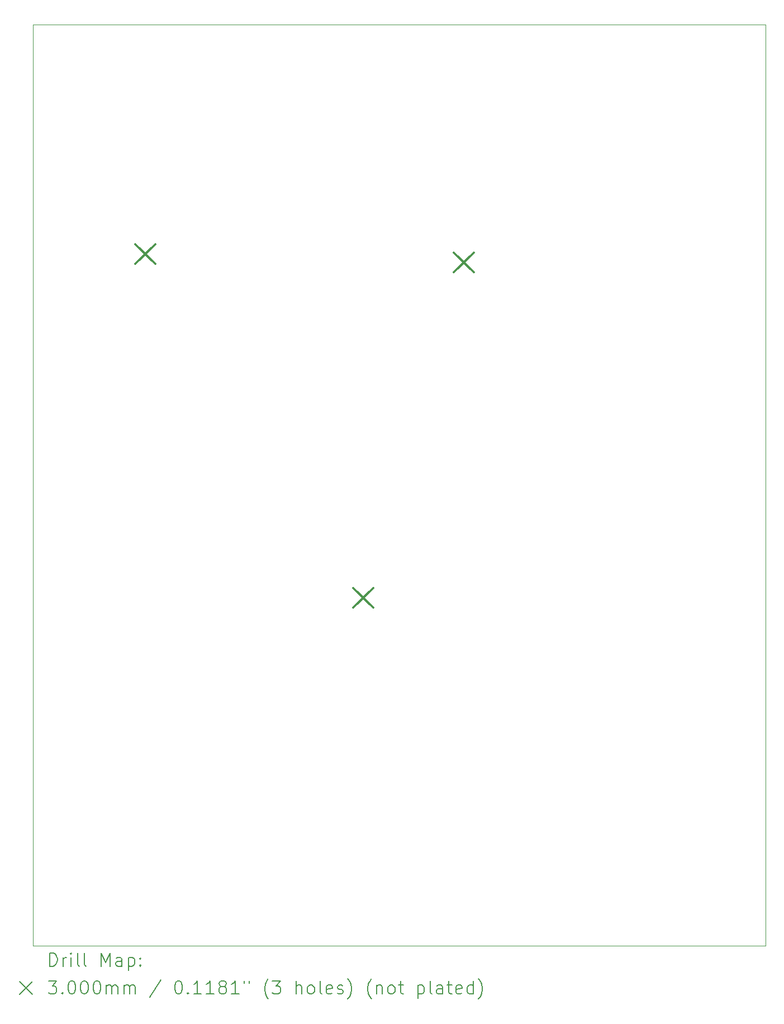
<source format=gbr>
%TF.GenerationSoftware,KiCad,Pcbnew,8.0.8*%
%TF.CreationDate,2025-02-19T12:15:52-05:00*%
%TF.ProjectId,capstone_pcb,63617073-746f-46e6-955f-7063622e6b69,rev?*%
%TF.SameCoordinates,Original*%
%TF.FileFunction,Drillmap*%
%TF.FilePolarity,Positive*%
%FSLAX45Y45*%
G04 Gerber Fmt 4.5, Leading zero omitted, Abs format (unit mm)*
G04 Created by KiCad (PCBNEW 8.0.8) date 2025-02-19 12:15:52*
%MOMM*%
%LPD*%
G01*
G04 APERTURE LIST*
%ADD10C,0.050000*%
%ADD11C,0.200000*%
%ADD12C,0.300000*%
G04 APERTURE END LIST*
D10*
X9850000Y-3400000D02*
X20950000Y-3400000D01*
X20950000Y-17350000D01*
X9850000Y-17350000D01*
X9850000Y-3400000D01*
D11*
D12*
X11407000Y-6728000D02*
X11707000Y-7028000D01*
X11707000Y-6728000D02*
X11407000Y-7028000D01*
X14709000Y-11935000D02*
X15009000Y-12235000D01*
X15009000Y-11935000D02*
X14709000Y-12235000D01*
X16233000Y-6855000D02*
X16533000Y-7155000D01*
X16533000Y-6855000D02*
X16233000Y-7155000D01*
D11*
X10108277Y-17663984D02*
X10108277Y-17463984D01*
X10108277Y-17463984D02*
X10155896Y-17463984D01*
X10155896Y-17463984D02*
X10184467Y-17473508D01*
X10184467Y-17473508D02*
X10203515Y-17492555D01*
X10203515Y-17492555D02*
X10213039Y-17511603D01*
X10213039Y-17511603D02*
X10222563Y-17549698D01*
X10222563Y-17549698D02*
X10222563Y-17578270D01*
X10222563Y-17578270D02*
X10213039Y-17616365D01*
X10213039Y-17616365D02*
X10203515Y-17635412D01*
X10203515Y-17635412D02*
X10184467Y-17654460D01*
X10184467Y-17654460D02*
X10155896Y-17663984D01*
X10155896Y-17663984D02*
X10108277Y-17663984D01*
X10308277Y-17663984D02*
X10308277Y-17530650D01*
X10308277Y-17568746D02*
X10317801Y-17549698D01*
X10317801Y-17549698D02*
X10327324Y-17540174D01*
X10327324Y-17540174D02*
X10346372Y-17530650D01*
X10346372Y-17530650D02*
X10365420Y-17530650D01*
X10432086Y-17663984D02*
X10432086Y-17530650D01*
X10432086Y-17463984D02*
X10422563Y-17473508D01*
X10422563Y-17473508D02*
X10432086Y-17483031D01*
X10432086Y-17483031D02*
X10441610Y-17473508D01*
X10441610Y-17473508D02*
X10432086Y-17463984D01*
X10432086Y-17463984D02*
X10432086Y-17483031D01*
X10555896Y-17663984D02*
X10536848Y-17654460D01*
X10536848Y-17654460D02*
X10527324Y-17635412D01*
X10527324Y-17635412D02*
X10527324Y-17463984D01*
X10660658Y-17663984D02*
X10641610Y-17654460D01*
X10641610Y-17654460D02*
X10632086Y-17635412D01*
X10632086Y-17635412D02*
X10632086Y-17463984D01*
X10889229Y-17663984D02*
X10889229Y-17463984D01*
X10889229Y-17463984D02*
X10955896Y-17606841D01*
X10955896Y-17606841D02*
X11022563Y-17463984D01*
X11022563Y-17463984D02*
X11022563Y-17663984D01*
X11203515Y-17663984D02*
X11203515Y-17559222D01*
X11203515Y-17559222D02*
X11193991Y-17540174D01*
X11193991Y-17540174D02*
X11174944Y-17530650D01*
X11174944Y-17530650D02*
X11136848Y-17530650D01*
X11136848Y-17530650D02*
X11117801Y-17540174D01*
X11203515Y-17654460D02*
X11184467Y-17663984D01*
X11184467Y-17663984D02*
X11136848Y-17663984D01*
X11136848Y-17663984D02*
X11117801Y-17654460D01*
X11117801Y-17654460D02*
X11108277Y-17635412D01*
X11108277Y-17635412D02*
X11108277Y-17616365D01*
X11108277Y-17616365D02*
X11117801Y-17597317D01*
X11117801Y-17597317D02*
X11136848Y-17587793D01*
X11136848Y-17587793D02*
X11184467Y-17587793D01*
X11184467Y-17587793D02*
X11203515Y-17578270D01*
X11298753Y-17530650D02*
X11298753Y-17730650D01*
X11298753Y-17540174D02*
X11317801Y-17530650D01*
X11317801Y-17530650D02*
X11355896Y-17530650D01*
X11355896Y-17530650D02*
X11374943Y-17540174D01*
X11374943Y-17540174D02*
X11384467Y-17549698D01*
X11384467Y-17549698D02*
X11393991Y-17568746D01*
X11393991Y-17568746D02*
X11393991Y-17625889D01*
X11393991Y-17625889D02*
X11384467Y-17644936D01*
X11384467Y-17644936D02*
X11374943Y-17654460D01*
X11374943Y-17654460D02*
X11355896Y-17663984D01*
X11355896Y-17663984D02*
X11317801Y-17663984D01*
X11317801Y-17663984D02*
X11298753Y-17654460D01*
X11479705Y-17644936D02*
X11489229Y-17654460D01*
X11489229Y-17654460D02*
X11479705Y-17663984D01*
X11479705Y-17663984D02*
X11470182Y-17654460D01*
X11470182Y-17654460D02*
X11479705Y-17644936D01*
X11479705Y-17644936D02*
X11479705Y-17663984D01*
X11479705Y-17540174D02*
X11489229Y-17549698D01*
X11489229Y-17549698D02*
X11479705Y-17559222D01*
X11479705Y-17559222D02*
X11470182Y-17549698D01*
X11470182Y-17549698D02*
X11479705Y-17540174D01*
X11479705Y-17540174D02*
X11479705Y-17559222D01*
X9647500Y-17892500D02*
X9847500Y-18092500D01*
X9847500Y-17892500D02*
X9647500Y-18092500D01*
X10089229Y-17883984D02*
X10213039Y-17883984D01*
X10213039Y-17883984D02*
X10146372Y-17960174D01*
X10146372Y-17960174D02*
X10174944Y-17960174D01*
X10174944Y-17960174D02*
X10193991Y-17969698D01*
X10193991Y-17969698D02*
X10203515Y-17979222D01*
X10203515Y-17979222D02*
X10213039Y-17998270D01*
X10213039Y-17998270D02*
X10213039Y-18045889D01*
X10213039Y-18045889D02*
X10203515Y-18064936D01*
X10203515Y-18064936D02*
X10193991Y-18074460D01*
X10193991Y-18074460D02*
X10174944Y-18083984D01*
X10174944Y-18083984D02*
X10117801Y-18083984D01*
X10117801Y-18083984D02*
X10098753Y-18074460D01*
X10098753Y-18074460D02*
X10089229Y-18064936D01*
X10298753Y-18064936D02*
X10308277Y-18074460D01*
X10308277Y-18074460D02*
X10298753Y-18083984D01*
X10298753Y-18083984D02*
X10289229Y-18074460D01*
X10289229Y-18074460D02*
X10298753Y-18064936D01*
X10298753Y-18064936D02*
X10298753Y-18083984D01*
X10432086Y-17883984D02*
X10451134Y-17883984D01*
X10451134Y-17883984D02*
X10470182Y-17893508D01*
X10470182Y-17893508D02*
X10479705Y-17903031D01*
X10479705Y-17903031D02*
X10489229Y-17922079D01*
X10489229Y-17922079D02*
X10498753Y-17960174D01*
X10498753Y-17960174D02*
X10498753Y-18007793D01*
X10498753Y-18007793D02*
X10489229Y-18045889D01*
X10489229Y-18045889D02*
X10479705Y-18064936D01*
X10479705Y-18064936D02*
X10470182Y-18074460D01*
X10470182Y-18074460D02*
X10451134Y-18083984D01*
X10451134Y-18083984D02*
X10432086Y-18083984D01*
X10432086Y-18083984D02*
X10413039Y-18074460D01*
X10413039Y-18074460D02*
X10403515Y-18064936D01*
X10403515Y-18064936D02*
X10393991Y-18045889D01*
X10393991Y-18045889D02*
X10384467Y-18007793D01*
X10384467Y-18007793D02*
X10384467Y-17960174D01*
X10384467Y-17960174D02*
X10393991Y-17922079D01*
X10393991Y-17922079D02*
X10403515Y-17903031D01*
X10403515Y-17903031D02*
X10413039Y-17893508D01*
X10413039Y-17893508D02*
X10432086Y-17883984D01*
X10622563Y-17883984D02*
X10641610Y-17883984D01*
X10641610Y-17883984D02*
X10660658Y-17893508D01*
X10660658Y-17893508D02*
X10670182Y-17903031D01*
X10670182Y-17903031D02*
X10679705Y-17922079D01*
X10679705Y-17922079D02*
X10689229Y-17960174D01*
X10689229Y-17960174D02*
X10689229Y-18007793D01*
X10689229Y-18007793D02*
X10679705Y-18045889D01*
X10679705Y-18045889D02*
X10670182Y-18064936D01*
X10670182Y-18064936D02*
X10660658Y-18074460D01*
X10660658Y-18074460D02*
X10641610Y-18083984D01*
X10641610Y-18083984D02*
X10622563Y-18083984D01*
X10622563Y-18083984D02*
X10603515Y-18074460D01*
X10603515Y-18074460D02*
X10593991Y-18064936D01*
X10593991Y-18064936D02*
X10584467Y-18045889D01*
X10584467Y-18045889D02*
X10574944Y-18007793D01*
X10574944Y-18007793D02*
X10574944Y-17960174D01*
X10574944Y-17960174D02*
X10584467Y-17922079D01*
X10584467Y-17922079D02*
X10593991Y-17903031D01*
X10593991Y-17903031D02*
X10603515Y-17893508D01*
X10603515Y-17893508D02*
X10622563Y-17883984D01*
X10813039Y-17883984D02*
X10832086Y-17883984D01*
X10832086Y-17883984D02*
X10851134Y-17893508D01*
X10851134Y-17893508D02*
X10860658Y-17903031D01*
X10860658Y-17903031D02*
X10870182Y-17922079D01*
X10870182Y-17922079D02*
X10879705Y-17960174D01*
X10879705Y-17960174D02*
X10879705Y-18007793D01*
X10879705Y-18007793D02*
X10870182Y-18045889D01*
X10870182Y-18045889D02*
X10860658Y-18064936D01*
X10860658Y-18064936D02*
X10851134Y-18074460D01*
X10851134Y-18074460D02*
X10832086Y-18083984D01*
X10832086Y-18083984D02*
X10813039Y-18083984D01*
X10813039Y-18083984D02*
X10793991Y-18074460D01*
X10793991Y-18074460D02*
X10784467Y-18064936D01*
X10784467Y-18064936D02*
X10774944Y-18045889D01*
X10774944Y-18045889D02*
X10765420Y-18007793D01*
X10765420Y-18007793D02*
X10765420Y-17960174D01*
X10765420Y-17960174D02*
X10774944Y-17922079D01*
X10774944Y-17922079D02*
X10784467Y-17903031D01*
X10784467Y-17903031D02*
X10793991Y-17893508D01*
X10793991Y-17893508D02*
X10813039Y-17883984D01*
X10965420Y-18083984D02*
X10965420Y-17950650D01*
X10965420Y-17969698D02*
X10974944Y-17960174D01*
X10974944Y-17960174D02*
X10993991Y-17950650D01*
X10993991Y-17950650D02*
X11022563Y-17950650D01*
X11022563Y-17950650D02*
X11041610Y-17960174D01*
X11041610Y-17960174D02*
X11051134Y-17979222D01*
X11051134Y-17979222D02*
X11051134Y-18083984D01*
X11051134Y-17979222D02*
X11060658Y-17960174D01*
X11060658Y-17960174D02*
X11079705Y-17950650D01*
X11079705Y-17950650D02*
X11108277Y-17950650D01*
X11108277Y-17950650D02*
X11127325Y-17960174D01*
X11127325Y-17960174D02*
X11136848Y-17979222D01*
X11136848Y-17979222D02*
X11136848Y-18083984D01*
X11232086Y-18083984D02*
X11232086Y-17950650D01*
X11232086Y-17969698D02*
X11241610Y-17960174D01*
X11241610Y-17960174D02*
X11260658Y-17950650D01*
X11260658Y-17950650D02*
X11289229Y-17950650D01*
X11289229Y-17950650D02*
X11308277Y-17960174D01*
X11308277Y-17960174D02*
X11317801Y-17979222D01*
X11317801Y-17979222D02*
X11317801Y-18083984D01*
X11317801Y-17979222D02*
X11327324Y-17960174D01*
X11327324Y-17960174D02*
X11346372Y-17950650D01*
X11346372Y-17950650D02*
X11374943Y-17950650D01*
X11374943Y-17950650D02*
X11393991Y-17960174D01*
X11393991Y-17960174D02*
X11403515Y-17979222D01*
X11403515Y-17979222D02*
X11403515Y-18083984D01*
X11793991Y-17874460D02*
X11622563Y-18131603D01*
X12051134Y-17883984D02*
X12070182Y-17883984D01*
X12070182Y-17883984D02*
X12089229Y-17893508D01*
X12089229Y-17893508D02*
X12098753Y-17903031D01*
X12098753Y-17903031D02*
X12108277Y-17922079D01*
X12108277Y-17922079D02*
X12117801Y-17960174D01*
X12117801Y-17960174D02*
X12117801Y-18007793D01*
X12117801Y-18007793D02*
X12108277Y-18045889D01*
X12108277Y-18045889D02*
X12098753Y-18064936D01*
X12098753Y-18064936D02*
X12089229Y-18074460D01*
X12089229Y-18074460D02*
X12070182Y-18083984D01*
X12070182Y-18083984D02*
X12051134Y-18083984D01*
X12051134Y-18083984D02*
X12032086Y-18074460D01*
X12032086Y-18074460D02*
X12022563Y-18064936D01*
X12022563Y-18064936D02*
X12013039Y-18045889D01*
X12013039Y-18045889D02*
X12003515Y-18007793D01*
X12003515Y-18007793D02*
X12003515Y-17960174D01*
X12003515Y-17960174D02*
X12013039Y-17922079D01*
X12013039Y-17922079D02*
X12022563Y-17903031D01*
X12022563Y-17903031D02*
X12032086Y-17893508D01*
X12032086Y-17893508D02*
X12051134Y-17883984D01*
X12203515Y-18064936D02*
X12213039Y-18074460D01*
X12213039Y-18074460D02*
X12203515Y-18083984D01*
X12203515Y-18083984D02*
X12193991Y-18074460D01*
X12193991Y-18074460D02*
X12203515Y-18064936D01*
X12203515Y-18064936D02*
X12203515Y-18083984D01*
X12403515Y-18083984D02*
X12289229Y-18083984D01*
X12346372Y-18083984D02*
X12346372Y-17883984D01*
X12346372Y-17883984D02*
X12327325Y-17912555D01*
X12327325Y-17912555D02*
X12308277Y-17931603D01*
X12308277Y-17931603D02*
X12289229Y-17941127D01*
X12593991Y-18083984D02*
X12479706Y-18083984D01*
X12536848Y-18083984D02*
X12536848Y-17883984D01*
X12536848Y-17883984D02*
X12517801Y-17912555D01*
X12517801Y-17912555D02*
X12498753Y-17931603D01*
X12498753Y-17931603D02*
X12479706Y-17941127D01*
X12708277Y-17969698D02*
X12689229Y-17960174D01*
X12689229Y-17960174D02*
X12679706Y-17950650D01*
X12679706Y-17950650D02*
X12670182Y-17931603D01*
X12670182Y-17931603D02*
X12670182Y-17922079D01*
X12670182Y-17922079D02*
X12679706Y-17903031D01*
X12679706Y-17903031D02*
X12689229Y-17893508D01*
X12689229Y-17893508D02*
X12708277Y-17883984D01*
X12708277Y-17883984D02*
X12746372Y-17883984D01*
X12746372Y-17883984D02*
X12765420Y-17893508D01*
X12765420Y-17893508D02*
X12774944Y-17903031D01*
X12774944Y-17903031D02*
X12784467Y-17922079D01*
X12784467Y-17922079D02*
X12784467Y-17931603D01*
X12784467Y-17931603D02*
X12774944Y-17950650D01*
X12774944Y-17950650D02*
X12765420Y-17960174D01*
X12765420Y-17960174D02*
X12746372Y-17969698D01*
X12746372Y-17969698D02*
X12708277Y-17969698D01*
X12708277Y-17969698D02*
X12689229Y-17979222D01*
X12689229Y-17979222D02*
X12679706Y-17988746D01*
X12679706Y-17988746D02*
X12670182Y-18007793D01*
X12670182Y-18007793D02*
X12670182Y-18045889D01*
X12670182Y-18045889D02*
X12679706Y-18064936D01*
X12679706Y-18064936D02*
X12689229Y-18074460D01*
X12689229Y-18074460D02*
X12708277Y-18083984D01*
X12708277Y-18083984D02*
X12746372Y-18083984D01*
X12746372Y-18083984D02*
X12765420Y-18074460D01*
X12765420Y-18074460D02*
X12774944Y-18064936D01*
X12774944Y-18064936D02*
X12784467Y-18045889D01*
X12784467Y-18045889D02*
X12784467Y-18007793D01*
X12784467Y-18007793D02*
X12774944Y-17988746D01*
X12774944Y-17988746D02*
X12765420Y-17979222D01*
X12765420Y-17979222D02*
X12746372Y-17969698D01*
X12974944Y-18083984D02*
X12860658Y-18083984D01*
X12917801Y-18083984D02*
X12917801Y-17883984D01*
X12917801Y-17883984D02*
X12898753Y-17912555D01*
X12898753Y-17912555D02*
X12879706Y-17931603D01*
X12879706Y-17931603D02*
X12860658Y-17941127D01*
X13051134Y-17883984D02*
X13051134Y-17922079D01*
X13127325Y-17883984D02*
X13127325Y-17922079D01*
X13422563Y-18160174D02*
X13413039Y-18150650D01*
X13413039Y-18150650D02*
X13393991Y-18122079D01*
X13393991Y-18122079D02*
X13384468Y-18103031D01*
X13384468Y-18103031D02*
X13374944Y-18074460D01*
X13374944Y-18074460D02*
X13365420Y-18026841D01*
X13365420Y-18026841D02*
X13365420Y-17988746D01*
X13365420Y-17988746D02*
X13374944Y-17941127D01*
X13374944Y-17941127D02*
X13384468Y-17912555D01*
X13384468Y-17912555D02*
X13393991Y-17893508D01*
X13393991Y-17893508D02*
X13413039Y-17864936D01*
X13413039Y-17864936D02*
X13422563Y-17855412D01*
X13479706Y-17883984D02*
X13603515Y-17883984D01*
X13603515Y-17883984D02*
X13536848Y-17960174D01*
X13536848Y-17960174D02*
X13565420Y-17960174D01*
X13565420Y-17960174D02*
X13584468Y-17969698D01*
X13584468Y-17969698D02*
X13593991Y-17979222D01*
X13593991Y-17979222D02*
X13603515Y-17998270D01*
X13603515Y-17998270D02*
X13603515Y-18045889D01*
X13603515Y-18045889D02*
X13593991Y-18064936D01*
X13593991Y-18064936D02*
X13584468Y-18074460D01*
X13584468Y-18074460D02*
X13565420Y-18083984D01*
X13565420Y-18083984D02*
X13508277Y-18083984D01*
X13508277Y-18083984D02*
X13489229Y-18074460D01*
X13489229Y-18074460D02*
X13479706Y-18064936D01*
X13841610Y-18083984D02*
X13841610Y-17883984D01*
X13927325Y-18083984D02*
X13927325Y-17979222D01*
X13927325Y-17979222D02*
X13917801Y-17960174D01*
X13917801Y-17960174D02*
X13898753Y-17950650D01*
X13898753Y-17950650D02*
X13870182Y-17950650D01*
X13870182Y-17950650D02*
X13851134Y-17960174D01*
X13851134Y-17960174D02*
X13841610Y-17969698D01*
X14051134Y-18083984D02*
X14032087Y-18074460D01*
X14032087Y-18074460D02*
X14022563Y-18064936D01*
X14022563Y-18064936D02*
X14013039Y-18045889D01*
X14013039Y-18045889D02*
X14013039Y-17988746D01*
X14013039Y-17988746D02*
X14022563Y-17969698D01*
X14022563Y-17969698D02*
X14032087Y-17960174D01*
X14032087Y-17960174D02*
X14051134Y-17950650D01*
X14051134Y-17950650D02*
X14079706Y-17950650D01*
X14079706Y-17950650D02*
X14098753Y-17960174D01*
X14098753Y-17960174D02*
X14108277Y-17969698D01*
X14108277Y-17969698D02*
X14117801Y-17988746D01*
X14117801Y-17988746D02*
X14117801Y-18045889D01*
X14117801Y-18045889D02*
X14108277Y-18064936D01*
X14108277Y-18064936D02*
X14098753Y-18074460D01*
X14098753Y-18074460D02*
X14079706Y-18083984D01*
X14079706Y-18083984D02*
X14051134Y-18083984D01*
X14232087Y-18083984D02*
X14213039Y-18074460D01*
X14213039Y-18074460D02*
X14203515Y-18055412D01*
X14203515Y-18055412D02*
X14203515Y-17883984D01*
X14384468Y-18074460D02*
X14365420Y-18083984D01*
X14365420Y-18083984D02*
X14327325Y-18083984D01*
X14327325Y-18083984D02*
X14308277Y-18074460D01*
X14308277Y-18074460D02*
X14298753Y-18055412D01*
X14298753Y-18055412D02*
X14298753Y-17979222D01*
X14298753Y-17979222D02*
X14308277Y-17960174D01*
X14308277Y-17960174D02*
X14327325Y-17950650D01*
X14327325Y-17950650D02*
X14365420Y-17950650D01*
X14365420Y-17950650D02*
X14384468Y-17960174D01*
X14384468Y-17960174D02*
X14393991Y-17979222D01*
X14393991Y-17979222D02*
X14393991Y-17998270D01*
X14393991Y-17998270D02*
X14298753Y-18017317D01*
X14470182Y-18074460D02*
X14489230Y-18083984D01*
X14489230Y-18083984D02*
X14527325Y-18083984D01*
X14527325Y-18083984D02*
X14546372Y-18074460D01*
X14546372Y-18074460D02*
X14555896Y-18055412D01*
X14555896Y-18055412D02*
X14555896Y-18045889D01*
X14555896Y-18045889D02*
X14546372Y-18026841D01*
X14546372Y-18026841D02*
X14527325Y-18017317D01*
X14527325Y-18017317D02*
X14498753Y-18017317D01*
X14498753Y-18017317D02*
X14479706Y-18007793D01*
X14479706Y-18007793D02*
X14470182Y-17988746D01*
X14470182Y-17988746D02*
X14470182Y-17979222D01*
X14470182Y-17979222D02*
X14479706Y-17960174D01*
X14479706Y-17960174D02*
X14498753Y-17950650D01*
X14498753Y-17950650D02*
X14527325Y-17950650D01*
X14527325Y-17950650D02*
X14546372Y-17960174D01*
X14622563Y-18160174D02*
X14632087Y-18150650D01*
X14632087Y-18150650D02*
X14651134Y-18122079D01*
X14651134Y-18122079D02*
X14660658Y-18103031D01*
X14660658Y-18103031D02*
X14670182Y-18074460D01*
X14670182Y-18074460D02*
X14679706Y-18026841D01*
X14679706Y-18026841D02*
X14679706Y-17988746D01*
X14679706Y-17988746D02*
X14670182Y-17941127D01*
X14670182Y-17941127D02*
X14660658Y-17912555D01*
X14660658Y-17912555D02*
X14651134Y-17893508D01*
X14651134Y-17893508D02*
X14632087Y-17864936D01*
X14632087Y-17864936D02*
X14622563Y-17855412D01*
X14984468Y-18160174D02*
X14974944Y-18150650D01*
X14974944Y-18150650D02*
X14955896Y-18122079D01*
X14955896Y-18122079D02*
X14946372Y-18103031D01*
X14946372Y-18103031D02*
X14936849Y-18074460D01*
X14936849Y-18074460D02*
X14927325Y-18026841D01*
X14927325Y-18026841D02*
X14927325Y-17988746D01*
X14927325Y-17988746D02*
X14936849Y-17941127D01*
X14936849Y-17941127D02*
X14946372Y-17912555D01*
X14946372Y-17912555D02*
X14955896Y-17893508D01*
X14955896Y-17893508D02*
X14974944Y-17864936D01*
X14974944Y-17864936D02*
X14984468Y-17855412D01*
X15060658Y-17950650D02*
X15060658Y-18083984D01*
X15060658Y-17969698D02*
X15070182Y-17960174D01*
X15070182Y-17960174D02*
X15089230Y-17950650D01*
X15089230Y-17950650D02*
X15117801Y-17950650D01*
X15117801Y-17950650D02*
X15136849Y-17960174D01*
X15136849Y-17960174D02*
X15146372Y-17979222D01*
X15146372Y-17979222D02*
X15146372Y-18083984D01*
X15270182Y-18083984D02*
X15251134Y-18074460D01*
X15251134Y-18074460D02*
X15241611Y-18064936D01*
X15241611Y-18064936D02*
X15232087Y-18045889D01*
X15232087Y-18045889D02*
X15232087Y-17988746D01*
X15232087Y-17988746D02*
X15241611Y-17969698D01*
X15241611Y-17969698D02*
X15251134Y-17960174D01*
X15251134Y-17960174D02*
X15270182Y-17950650D01*
X15270182Y-17950650D02*
X15298753Y-17950650D01*
X15298753Y-17950650D02*
X15317801Y-17960174D01*
X15317801Y-17960174D02*
X15327325Y-17969698D01*
X15327325Y-17969698D02*
X15336849Y-17988746D01*
X15336849Y-17988746D02*
X15336849Y-18045889D01*
X15336849Y-18045889D02*
X15327325Y-18064936D01*
X15327325Y-18064936D02*
X15317801Y-18074460D01*
X15317801Y-18074460D02*
X15298753Y-18083984D01*
X15298753Y-18083984D02*
X15270182Y-18083984D01*
X15393992Y-17950650D02*
X15470182Y-17950650D01*
X15422563Y-17883984D02*
X15422563Y-18055412D01*
X15422563Y-18055412D02*
X15432087Y-18074460D01*
X15432087Y-18074460D02*
X15451134Y-18083984D01*
X15451134Y-18083984D02*
X15470182Y-18083984D01*
X15689230Y-17950650D02*
X15689230Y-18150650D01*
X15689230Y-17960174D02*
X15708277Y-17950650D01*
X15708277Y-17950650D02*
X15746373Y-17950650D01*
X15746373Y-17950650D02*
X15765420Y-17960174D01*
X15765420Y-17960174D02*
X15774944Y-17969698D01*
X15774944Y-17969698D02*
X15784468Y-17988746D01*
X15784468Y-17988746D02*
X15784468Y-18045889D01*
X15784468Y-18045889D02*
X15774944Y-18064936D01*
X15774944Y-18064936D02*
X15765420Y-18074460D01*
X15765420Y-18074460D02*
X15746373Y-18083984D01*
X15746373Y-18083984D02*
X15708277Y-18083984D01*
X15708277Y-18083984D02*
X15689230Y-18074460D01*
X15898753Y-18083984D02*
X15879706Y-18074460D01*
X15879706Y-18074460D02*
X15870182Y-18055412D01*
X15870182Y-18055412D02*
X15870182Y-17883984D01*
X16060658Y-18083984D02*
X16060658Y-17979222D01*
X16060658Y-17979222D02*
X16051134Y-17960174D01*
X16051134Y-17960174D02*
X16032087Y-17950650D01*
X16032087Y-17950650D02*
X15993992Y-17950650D01*
X15993992Y-17950650D02*
X15974944Y-17960174D01*
X16060658Y-18074460D02*
X16041611Y-18083984D01*
X16041611Y-18083984D02*
X15993992Y-18083984D01*
X15993992Y-18083984D02*
X15974944Y-18074460D01*
X15974944Y-18074460D02*
X15965420Y-18055412D01*
X15965420Y-18055412D02*
X15965420Y-18036365D01*
X15965420Y-18036365D02*
X15974944Y-18017317D01*
X15974944Y-18017317D02*
X15993992Y-18007793D01*
X15993992Y-18007793D02*
X16041611Y-18007793D01*
X16041611Y-18007793D02*
X16060658Y-17998270D01*
X16127325Y-17950650D02*
X16203515Y-17950650D01*
X16155896Y-17883984D02*
X16155896Y-18055412D01*
X16155896Y-18055412D02*
X16165420Y-18074460D01*
X16165420Y-18074460D02*
X16184468Y-18083984D01*
X16184468Y-18083984D02*
X16203515Y-18083984D01*
X16346373Y-18074460D02*
X16327325Y-18083984D01*
X16327325Y-18083984D02*
X16289230Y-18083984D01*
X16289230Y-18083984D02*
X16270182Y-18074460D01*
X16270182Y-18074460D02*
X16260658Y-18055412D01*
X16260658Y-18055412D02*
X16260658Y-17979222D01*
X16260658Y-17979222D02*
X16270182Y-17960174D01*
X16270182Y-17960174D02*
X16289230Y-17950650D01*
X16289230Y-17950650D02*
X16327325Y-17950650D01*
X16327325Y-17950650D02*
X16346373Y-17960174D01*
X16346373Y-17960174D02*
X16355896Y-17979222D01*
X16355896Y-17979222D02*
X16355896Y-17998270D01*
X16355896Y-17998270D02*
X16260658Y-18017317D01*
X16527325Y-18083984D02*
X16527325Y-17883984D01*
X16527325Y-18074460D02*
X16508277Y-18083984D01*
X16508277Y-18083984D02*
X16470182Y-18083984D01*
X16470182Y-18083984D02*
X16451134Y-18074460D01*
X16451134Y-18074460D02*
X16441611Y-18064936D01*
X16441611Y-18064936D02*
X16432087Y-18045889D01*
X16432087Y-18045889D02*
X16432087Y-17988746D01*
X16432087Y-17988746D02*
X16441611Y-17969698D01*
X16441611Y-17969698D02*
X16451134Y-17960174D01*
X16451134Y-17960174D02*
X16470182Y-17950650D01*
X16470182Y-17950650D02*
X16508277Y-17950650D01*
X16508277Y-17950650D02*
X16527325Y-17960174D01*
X16603515Y-18160174D02*
X16613039Y-18150650D01*
X16613039Y-18150650D02*
X16632087Y-18122079D01*
X16632087Y-18122079D02*
X16641611Y-18103031D01*
X16641611Y-18103031D02*
X16651134Y-18074460D01*
X16651134Y-18074460D02*
X16660658Y-18026841D01*
X16660658Y-18026841D02*
X16660658Y-17988746D01*
X16660658Y-17988746D02*
X16651134Y-17941127D01*
X16651134Y-17941127D02*
X16641611Y-17912555D01*
X16641611Y-17912555D02*
X16632087Y-17893508D01*
X16632087Y-17893508D02*
X16613039Y-17864936D01*
X16613039Y-17864936D02*
X16603515Y-17855412D01*
M02*

</source>
